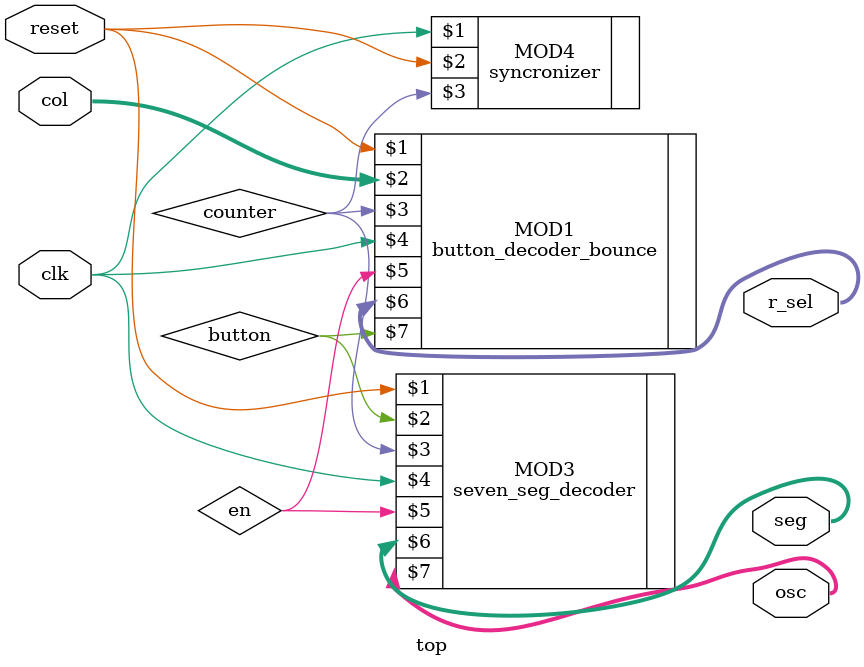
<source format=sv>

module top (
	input logic clk,
	input logic reset,
	input logic [3:0] col,
	output logic [3:0] r_sel,
	output logic [6:0] seg,
	output logic [1:0] osc
	);


// instantiated submodules
button_decoder_bounce MOD1 (reset, col, counter, clk, en, r_sel, button);

seven_seg_decoder MOD3 (reset, button, counter, clk, en, seg, osc);

syncronizer MOD4 (clk, reset, counter);
//////////////////////////


endmodule


</source>
